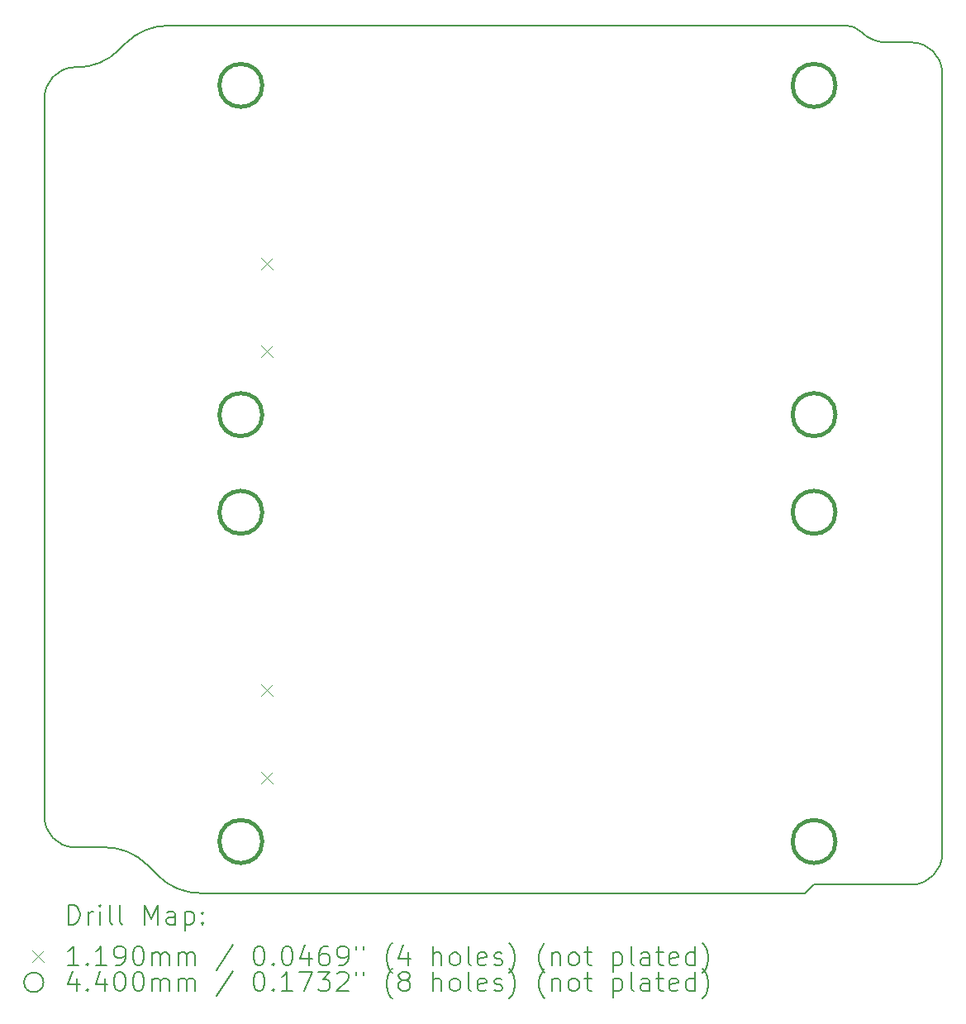
<source format=gbr>
%TF.GenerationSoftware,KiCad,Pcbnew,(6.0.7)*%
%TF.CreationDate,2022-08-20T11:41:24+08:00*%
%TF.ProjectId,cubesat_obc,63756265-7361-4745-9f6f-62632e6b6963,rev?*%
%TF.SameCoordinates,Original*%
%TF.FileFunction,Drillmap*%
%TF.FilePolarity,Positive*%
%FSLAX45Y45*%
G04 Gerber Fmt 4.5, Leading zero omitted, Abs format (unit mm)*
G04 Created by KiCad (PCBNEW (6.0.7)) date 2022-08-20 11:41:24*
%MOMM*%
%LPD*%
G01*
G04 APERTURE LIST*
%ADD10C,0.200000*%
%ADD11C,0.119000*%
%ADD12C,0.440000*%
G04 APERTURE END LIST*
D10*
X11924795Y-13547695D02*
X11814005Y-13436905D01*
X12028400Y-4839800D02*
G75*
G03*
X11594795Y-5019405I0J-613210D01*
G01*
X19392464Y-5012300D02*
X19644400Y-5012300D01*
X19646900Y-13639800D02*
X18641900Y-13639800D01*
X19959400Y-5322300D02*
G75*
G03*
X19644400Y-5012300I-312500J-2500D01*
G01*
X10761901Y-12937300D02*
G75*
G03*
X11061901Y-13257300I310000J-10000D01*
G01*
X11814005Y-13436905D02*
G75*
G03*
X11380400Y-13257300I-433605J-433605D01*
G01*
X19959400Y-5322300D02*
X19959400Y-13322300D01*
X11064400Y-5267300D02*
X11092900Y-5267300D01*
X19646900Y-13639800D02*
G75*
G03*
X19959400Y-13322300I-2500J315000D01*
G01*
X11924795Y-13547695D02*
G75*
G03*
X12358400Y-13727300I433605J433605D01*
G01*
X11064400Y-5267301D02*
G75*
G03*
X10761901Y-5592300I11250J-313749D01*
G01*
X19126900Y-4902300D02*
G75*
G03*
X18976012Y-4839800I-150890J-150890D01*
G01*
X18554400Y-13727300D02*
X12358400Y-13727300D01*
X10761901Y-12937300D02*
X10761901Y-5592300D01*
X11526505Y-5087695D02*
X11594795Y-5019405D01*
X12028400Y-4839800D02*
X18976012Y-4839800D01*
X11380400Y-13257300D02*
X11061901Y-13257299D01*
X19126899Y-4902301D02*
G75*
G03*
X19392464Y-5012300I265561J265561D01*
G01*
X18641900Y-13639800D02*
X18554400Y-13727300D01*
X11092900Y-5267300D02*
G75*
G03*
X11526505Y-5087695I0J613210D01*
G01*
D11*
X12981622Y-11584202D02*
X13100622Y-11703202D01*
X13100622Y-11584202D02*
X12981622Y-11703202D01*
X12981622Y-12484202D02*
X13100622Y-12603202D01*
X13100622Y-12484202D02*
X12981622Y-12603202D01*
X12982130Y-7215656D02*
X13101130Y-7334656D01*
X13101130Y-7215656D02*
X12982130Y-7334656D01*
X12982130Y-8115656D02*
X13101130Y-8234656D01*
X13101130Y-8115656D02*
X12982130Y-8234656D01*
D12*
X12993400Y-5452300D02*
G75*
G03*
X12993400Y-5452300I-220000J0D01*
G01*
X12993400Y-8825300D02*
G75*
G03*
X12993400Y-8825300I-220000J0D01*
G01*
X12993400Y-9825300D02*
G75*
G03*
X12993400Y-9825300I-220000J0D01*
G01*
X12993400Y-13198300D02*
G75*
G03*
X12993400Y-13198300I-220000J0D01*
G01*
X18866400Y-5452300D02*
G75*
G03*
X18866400Y-5452300I-220000J0D01*
G01*
X18866400Y-8825300D02*
G75*
G03*
X18866400Y-8825300I-220000J0D01*
G01*
X18866400Y-9825300D02*
G75*
G03*
X18866400Y-9825300I-220000J0D01*
G01*
X18866400Y-13198300D02*
G75*
G03*
X18866400Y-13198300I-220000J0D01*
G01*
D10*
X11009318Y-14047776D02*
X11009318Y-13847776D01*
X11056937Y-13847776D01*
X11085509Y-13857300D01*
X11104556Y-13876347D01*
X11114080Y-13895395D01*
X11123604Y-13933490D01*
X11123604Y-13962062D01*
X11114080Y-14000157D01*
X11104556Y-14019204D01*
X11085509Y-14038252D01*
X11056937Y-14047776D01*
X11009318Y-14047776D01*
X11209318Y-14047776D02*
X11209318Y-13914443D01*
X11209318Y-13952538D02*
X11218842Y-13933490D01*
X11228366Y-13923966D01*
X11247413Y-13914443D01*
X11266461Y-13914443D01*
X11333128Y-14047776D02*
X11333128Y-13914443D01*
X11333128Y-13847776D02*
X11323604Y-13857300D01*
X11333128Y-13866824D01*
X11342651Y-13857300D01*
X11333128Y-13847776D01*
X11333128Y-13866824D01*
X11456937Y-14047776D02*
X11437890Y-14038252D01*
X11428366Y-14019204D01*
X11428366Y-13847776D01*
X11561699Y-14047776D02*
X11542651Y-14038252D01*
X11533128Y-14019204D01*
X11533128Y-13847776D01*
X11790271Y-14047776D02*
X11790271Y-13847776D01*
X11856937Y-13990633D01*
X11923604Y-13847776D01*
X11923604Y-14047776D01*
X12104556Y-14047776D02*
X12104556Y-13943014D01*
X12095032Y-13923966D01*
X12075985Y-13914443D01*
X12037890Y-13914443D01*
X12018842Y-13923966D01*
X12104556Y-14038252D02*
X12085509Y-14047776D01*
X12037890Y-14047776D01*
X12018842Y-14038252D01*
X12009318Y-14019204D01*
X12009318Y-14000157D01*
X12018842Y-13981109D01*
X12037890Y-13971585D01*
X12085509Y-13971585D01*
X12104556Y-13962062D01*
X12199794Y-13914443D02*
X12199794Y-14114443D01*
X12199794Y-13923966D02*
X12218842Y-13914443D01*
X12256937Y-13914443D01*
X12275985Y-13923966D01*
X12285509Y-13933490D01*
X12295032Y-13952538D01*
X12295032Y-14009681D01*
X12285509Y-14028728D01*
X12275985Y-14038252D01*
X12256937Y-14047776D01*
X12218842Y-14047776D01*
X12199794Y-14038252D01*
X12380747Y-14028728D02*
X12390271Y-14038252D01*
X12380747Y-14047776D01*
X12371223Y-14038252D01*
X12380747Y-14028728D01*
X12380747Y-14047776D01*
X12380747Y-13923966D02*
X12390271Y-13933490D01*
X12380747Y-13943014D01*
X12371223Y-13933490D01*
X12380747Y-13923966D01*
X12380747Y-13943014D01*
D11*
X10632699Y-14317800D02*
X10751699Y-14436800D01*
X10751699Y-14317800D02*
X10632699Y-14436800D01*
D10*
X11114080Y-14467776D02*
X10999794Y-14467776D01*
X11056937Y-14467776D02*
X11056937Y-14267776D01*
X11037890Y-14296347D01*
X11018842Y-14315395D01*
X10999794Y-14324919D01*
X11199794Y-14448728D02*
X11209318Y-14458252D01*
X11199794Y-14467776D01*
X11190271Y-14458252D01*
X11199794Y-14448728D01*
X11199794Y-14467776D01*
X11399794Y-14467776D02*
X11285509Y-14467776D01*
X11342651Y-14467776D02*
X11342651Y-14267776D01*
X11323604Y-14296347D01*
X11304556Y-14315395D01*
X11285509Y-14324919D01*
X11495032Y-14467776D02*
X11533128Y-14467776D01*
X11552175Y-14458252D01*
X11561699Y-14448728D01*
X11580747Y-14420157D01*
X11590271Y-14382062D01*
X11590271Y-14305871D01*
X11580747Y-14286824D01*
X11571223Y-14277300D01*
X11552175Y-14267776D01*
X11514080Y-14267776D01*
X11495032Y-14277300D01*
X11485509Y-14286824D01*
X11475985Y-14305871D01*
X11475985Y-14353490D01*
X11485509Y-14372538D01*
X11495032Y-14382062D01*
X11514080Y-14391585D01*
X11552175Y-14391585D01*
X11571223Y-14382062D01*
X11580747Y-14372538D01*
X11590271Y-14353490D01*
X11714080Y-14267776D02*
X11733128Y-14267776D01*
X11752175Y-14277300D01*
X11761699Y-14286824D01*
X11771223Y-14305871D01*
X11780747Y-14343966D01*
X11780747Y-14391585D01*
X11771223Y-14429681D01*
X11761699Y-14448728D01*
X11752175Y-14458252D01*
X11733128Y-14467776D01*
X11714080Y-14467776D01*
X11695032Y-14458252D01*
X11685509Y-14448728D01*
X11675985Y-14429681D01*
X11666461Y-14391585D01*
X11666461Y-14343966D01*
X11675985Y-14305871D01*
X11685509Y-14286824D01*
X11695032Y-14277300D01*
X11714080Y-14267776D01*
X11866461Y-14467776D02*
X11866461Y-14334443D01*
X11866461Y-14353490D02*
X11875985Y-14343966D01*
X11895032Y-14334443D01*
X11923604Y-14334443D01*
X11942651Y-14343966D01*
X11952175Y-14363014D01*
X11952175Y-14467776D01*
X11952175Y-14363014D02*
X11961699Y-14343966D01*
X11980747Y-14334443D01*
X12009318Y-14334443D01*
X12028366Y-14343966D01*
X12037890Y-14363014D01*
X12037890Y-14467776D01*
X12133128Y-14467776D02*
X12133128Y-14334443D01*
X12133128Y-14353490D02*
X12142651Y-14343966D01*
X12161699Y-14334443D01*
X12190271Y-14334443D01*
X12209318Y-14343966D01*
X12218842Y-14363014D01*
X12218842Y-14467776D01*
X12218842Y-14363014D02*
X12228366Y-14343966D01*
X12247413Y-14334443D01*
X12275985Y-14334443D01*
X12295032Y-14343966D01*
X12304556Y-14363014D01*
X12304556Y-14467776D01*
X12695032Y-14258252D02*
X12523604Y-14515395D01*
X12952175Y-14267776D02*
X12971223Y-14267776D01*
X12990271Y-14277300D01*
X12999794Y-14286824D01*
X13009318Y-14305871D01*
X13018842Y-14343966D01*
X13018842Y-14391585D01*
X13009318Y-14429681D01*
X12999794Y-14448728D01*
X12990271Y-14458252D01*
X12971223Y-14467776D01*
X12952175Y-14467776D01*
X12933128Y-14458252D01*
X12923604Y-14448728D01*
X12914080Y-14429681D01*
X12904556Y-14391585D01*
X12904556Y-14343966D01*
X12914080Y-14305871D01*
X12923604Y-14286824D01*
X12933128Y-14277300D01*
X12952175Y-14267776D01*
X13104556Y-14448728D02*
X13114080Y-14458252D01*
X13104556Y-14467776D01*
X13095032Y-14458252D01*
X13104556Y-14448728D01*
X13104556Y-14467776D01*
X13237890Y-14267776D02*
X13256937Y-14267776D01*
X13275985Y-14277300D01*
X13285509Y-14286824D01*
X13295032Y-14305871D01*
X13304556Y-14343966D01*
X13304556Y-14391585D01*
X13295032Y-14429681D01*
X13285509Y-14448728D01*
X13275985Y-14458252D01*
X13256937Y-14467776D01*
X13237890Y-14467776D01*
X13218842Y-14458252D01*
X13209318Y-14448728D01*
X13199794Y-14429681D01*
X13190271Y-14391585D01*
X13190271Y-14343966D01*
X13199794Y-14305871D01*
X13209318Y-14286824D01*
X13218842Y-14277300D01*
X13237890Y-14267776D01*
X13475985Y-14334443D02*
X13475985Y-14467776D01*
X13428366Y-14258252D02*
X13380747Y-14401109D01*
X13504556Y-14401109D01*
X13666461Y-14267776D02*
X13628366Y-14267776D01*
X13609318Y-14277300D01*
X13599794Y-14286824D01*
X13580747Y-14315395D01*
X13571223Y-14353490D01*
X13571223Y-14429681D01*
X13580747Y-14448728D01*
X13590271Y-14458252D01*
X13609318Y-14467776D01*
X13647413Y-14467776D01*
X13666461Y-14458252D01*
X13675985Y-14448728D01*
X13685509Y-14429681D01*
X13685509Y-14382062D01*
X13675985Y-14363014D01*
X13666461Y-14353490D01*
X13647413Y-14343966D01*
X13609318Y-14343966D01*
X13590271Y-14353490D01*
X13580747Y-14363014D01*
X13571223Y-14382062D01*
X13780747Y-14467776D02*
X13818842Y-14467776D01*
X13837890Y-14458252D01*
X13847413Y-14448728D01*
X13866461Y-14420157D01*
X13875985Y-14382062D01*
X13875985Y-14305871D01*
X13866461Y-14286824D01*
X13856937Y-14277300D01*
X13837890Y-14267776D01*
X13799794Y-14267776D01*
X13780747Y-14277300D01*
X13771223Y-14286824D01*
X13761699Y-14305871D01*
X13761699Y-14353490D01*
X13771223Y-14372538D01*
X13780747Y-14382062D01*
X13799794Y-14391585D01*
X13837890Y-14391585D01*
X13856937Y-14382062D01*
X13866461Y-14372538D01*
X13875985Y-14353490D01*
X13952175Y-14267776D02*
X13952175Y-14305871D01*
X14028366Y-14267776D02*
X14028366Y-14305871D01*
X14323604Y-14543966D02*
X14314080Y-14534443D01*
X14295032Y-14505871D01*
X14285509Y-14486824D01*
X14275985Y-14458252D01*
X14266461Y-14410633D01*
X14266461Y-14372538D01*
X14275985Y-14324919D01*
X14285509Y-14296347D01*
X14295032Y-14277300D01*
X14314080Y-14248728D01*
X14323604Y-14239204D01*
X14485509Y-14334443D02*
X14485509Y-14467776D01*
X14437890Y-14258252D02*
X14390271Y-14401109D01*
X14514080Y-14401109D01*
X14742651Y-14467776D02*
X14742651Y-14267776D01*
X14828366Y-14467776D02*
X14828366Y-14363014D01*
X14818842Y-14343966D01*
X14799794Y-14334443D01*
X14771223Y-14334443D01*
X14752175Y-14343966D01*
X14742651Y-14353490D01*
X14952175Y-14467776D02*
X14933128Y-14458252D01*
X14923604Y-14448728D01*
X14914080Y-14429681D01*
X14914080Y-14372538D01*
X14923604Y-14353490D01*
X14933128Y-14343966D01*
X14952175Y-14334443D01*
X14980747Y-14334443D01*
X14999794Y-14343966D01*
X15009318Y-14353490D01*
X15018842Y-14372538D01*
X15018842Y-14429681D01*
X15009318Y-14448728D01*
X14999794Y-14458252D01*
X14980747Y-14467776D01*
X14952175Y-14467776D01*
X15133128Y-14467776D02*
X15114080Y-14458252D01*
X15104556Y-14439204D01*
X15104556Y-14267776D01*
X15285509Y-14458252D02*
X15266461Y-14467776D01*
X15228366Y-14467776D01*
X15209318Y-14458252D01*
X15199794Y-14439204D01*
X15199794Y-14363014D01*
X15209318Y-14343966D01*
X15228366Y-14334443D01*
X15266461Y-14334443D01*
X15285509Y-14343966D01*
X15295032Y-14363014D01*
X15295032Y-14382062D01*
X15199794Y-14401109D01*
X15371223Y-14458252D02*
X15390271Y-14467776D01*
X15428366Y-14467776D01*
X15447413Y-14458252D01*
X15456937Y-14439204D01*
X15456937Y-14429681D01*
X15447413Y-14410633D01*
X15428366Y-14401109D01*
X15399794Y-14401109D01*
X15380747Y-14391585D01*
X15371223Y-14372538D01*
X15371223Y-14363014D01*
X15380747Y-14343966D01*
X15399794Y-14334443D01*
X15428366Y-14334443D01*
X15447413Y-14343966D01*
X15523604Y-14543966D02*
X15533128Y-14534443D01*
X15552175Y-14505871D01*
X15561699Y-14486824D01*
X15571223Y-14458252D01*
X15580747Y-14410633D01*
X15580747Y-14372538D01*
X15571223Y-14324919D01*
X15561699Y-14296347D01*
X15552175Y-14277300D01*
X15533128Y-14248728D01*
X15523604Y-14239204D01*
X15885509Y-14543966D02*
X15875985Y-14534443D01*
X15856937Y-14505871D01*
X15847413Y-14486824D01*
X15837890Y-14458252D01*
X15828366Y-14410633D01*
X15828366Y-14372538D01*
X15837890Y-14324919D01*
X15847413Y-14296347D01*
X15856937Y-14277300D01*
X15875985Y-14248728D01*
X15885509Y-14239204D01*
X15961699Y-14334443D02*
X15961699Y-14467776D01*
X15961699Y-14353490D02*
X15971223Y-14343966D01*
X15990271Y-14334443D01*
X16018842Y-14334443D01*
X16037890Y-14343966D01*
X16047413Y-14363014D01*
X16047413Y-14467776D01*
X16171223Y-14467776D02*
X16152175Y-14458252D01*
X16142651Y-14448728D01*
X16133128Y-14429681D01*
X16133128Y-14372538D01*
X16142651Y-14353490D01*
X16152175Y-14343966D01*
X16171223Y-14334443D01*
X16199794Y-14334443D01*
X16218842Y-14343966D01*
X16228366Y-14353490D01*
X16237890Y-14372538D01*
X16237890Y-14429681D01*
X16228366Y-14448728D01*
X16218842Y-14458252D01*
X16199794Y-14467776D01*
X16171223Y-14467776D01*
X16295032Y-14334443D02*
X16371223Y-14334443D01*
X16323604Y-14267776D02*
X16323604Y-14439204D01*
X16333128Y-14458252D01*
X16352175Y-14467776D01*
X16371223Y-14467776D01*
X16590271Y-14334443D02*
X16590271Y-14534443D01*
X16590271Y-14343966D02*
X16609318Y-14334443D01*
X16647413Y-14334443D01*
X16666461Y-14343966D01*
X16675985Y-14353490D01*
X16685509Y-14372538D01*
X16685509Y-14429681D01*
X16675985Y-14448728D01*
X16666461Y-14458252D01*
X16647413Y-14467776D01*
X16609318Y-14467776D01*
X16590271Y-14458252D01*
X16799794Y-14467776D02*
X16780747Y-14458252D01*
X16771223Y-14439204D01*
X16771223Y-14267776D01*
X16961699Y-14467776D02*
X16961699Y-14363014D01*
X16952175Y-14343966D01*
X16933128Y-14334443D01*
X16895033Y-14334443D01*
X16875985Y-14343966D01*
X16961699Y-14458252D02*
X16942652Y-14467776D01*
X16895033Y-14467776D01*
X16875985Y-14458252D01*
X16866461Y-14439204D01*
X16866461Y-14420157D01*
X16875985Y-14401109D01*
X16895033Y-14391585D01*
X16942652Y-14391585D01*
X16961699Y-14382062D01*
X17028366Y-14334443D02*
X17104556Y-14334443D01*
X17056937Y-14267776D02*
X17056937Y-14439204D01*
X17066461Y-14458252D01*
X17085509Y-14467776D01*
X17104556Y-14467776D01*
X17247413Y-14458252D02*
X17228366Y-14467776D01*
X17190271Y-14467776D01*
X17171223Y-14458252D01*
X17161699Y-14439204D01*
X17161699Y-14363014D01*
X17171223Y-14343966D01*
X17190271Y-14334443D01*
X17228366Y-14334443D01*
X17247413Y-14343966D01*
X17256937Y-14363014D01*
X17256937Y-14382062D01*
X17161699Y-14401109D01*
X17428366Y-14467776D02*
X17428366Y-14267776D01*
X17428366Y-14458252D02*
X17409318Y-14467776D01*
X17371223Y-14467776D01*
X17352175Y-14458252D01*
X17342652Y-14448728D01*
X17333128Y-14429681D01*
X17333128Y-14372538D01*
X17342652Y-14353490D01*
X17352175Y-14343966D01*
X17371223Y-14334443D01*
X17409318Y-14334443D01*
X17428366Y-14343966D01*
X17504556Y-14543966D02*
X17514080Y-14534443D01*
X17533128Y-14505871D01*
X17542652Y-14486824D01*
X17552175Y-14458252D01*
X17561699Y-14410633D01*
X17561699Y-14372538D01*
X17552175Y-14324919D01*
X17542652Y-14296347D01*
X17533128Y-14277300D01*
X17514080Y-14248728D01*
X17504556Y-14239204D01*
X10751699Y-14641300D02*
G75*
G03*
X10751699Y-14641300I-100000J0D01*
G01*
X11095033Y-14598443D02*
X11095033Y-14731776D01*
X11047413Y-14522252D02*
X10999794Y-14665109D01*
X11123604Y-14665109D01*
X11199794Y-14712728D02*
X11209318Y-14722252D01*
X11199794Y-14731776D01*
X11190271Y-14722252D01*
X11199794Y-14712728D01*
X11199794Y-14731776D01*
X11380747Y-14598443D02*
X11380747Y-14731776D01*
X11333128Y-14522252D02*
X11285509Y-14665109D01*
X11409318Y-14665109D01*
X11523604Y-14531776D02*
X11542651Y-14531776D01*
X11561699Y-14541300D01*
X11571223Y-14550824D01*
X11580747Y-14569871D01*
X11590271Y-14607966D01*
X11590271Y-14655585D01*
X11580747Y-14693681D01*
X11571223Y-14712728D01*
X11561699Y-14722252D01*
X11542651Y-14731776D01*
X11523604Y-14731776D01*
X11504556Y-14722252D01*
X11495032Y-14712728D01*
X11485509Y-14693681D01*
X11475985Y-14655585D01*
X11475985Y-14607966D01*
X11485509Y-14569871D01*
X11495032Y-14550824D01*
X11504556Y-14541300D01*
X11523604Y-14531776D01*
X11714080Y-14531776D02*
X11733128Y-14531776D01*
X11752175Y-14541300D01*
X11761699Y-14550824D01*
X11771223Y-14569871D01*
X11780747Y-14607966D01*
X11780747Y-14655585D01*
X11771223Y-14693681D01*
X11761699Y-14712728D01*
X11752175Y-14722252D01*
X11733128Y-14731776D01*
X11714080Y-14731776D01*
X11695032Y-14722252D01*
X11685509Y-14712728D01*
X11675985Y-14693681D01*
X11666461Y-14655585D01*
X11666461Y-14607966D01*
X11675985Y-14569871D01*
X11685509Y-14550824D01*
X11695032Y-14541300D01*
X11714080Y-14531776D01*
X11866461Y-14731776D02*
X11866461Y-14598443D01*
X11866461Y-14617490D02*
X11875985Y-14607966D01*
X11895032Y-14598443D01*
X11923604Y-14598443D01*
X11942651Y-14607966D01*
X11952175Y-14627014D01*
X11952175Y-14731776D01*
X11952175Y-14627014D02*
X11961699Y-14607966D01*
X11980747Y-14598443D01*
X12009318Y-14598443D01*
X12028366Y-14607966D01*
X12037890Y-14627014D01*
X12037890Y-14731776D01*
X12133128Y-14731776D02*
X12133128Y-14598443D01*
X12133128Y-14617490D02*
X12142651Y-14607966D01*
X12161699Y-14598443D01*
X12190271Y-14598443D01*
X12209318Y-14607966D01*
X12218842Y-14627014D01*
X12218842Y-14731776D01*
X12218842Y-14627014D02*
X12228366Y-14607966D01*
X12247413Y-14598443D01*
X12275985Y-14598443D01*
X12295032Y-14607966D01*
X12304556Y-14627014D01*
X12304556Y-14731776D01*
X12695032Y-14522252D02*
X12523604Y-14779395D01*
X12952175Y-14531776D02*
X12971223Y-14531776D01*
X12990271Y-14541300D01*
X12999794Y-14550824D01*
X13009318Y-14569871D01*
X13018842Y-14607966D01*
X13018842Y-14655585D01*
X13009318Y-14693681D01*
X12999794Y-14712728D01*
X12990271Y-14722252D01*
X12971223Y-14731776D01*
X12952175Y-14731776D01*
X12933128Y-14722252D01*
X12923604Y-14712728D01*
X12914080Y-14693681D01*
X12904556Y-14655585D01*
X12904556Y-14607966D01*
X12914080Y-14569871D01*
X12923604Y-14550824D01*
X12933128Y-14541300D01*
X12952175Y-14531776D01*
X13104556Y-14712728D02*
X13114080Y-14722252D01*
X13104556Y-14731776D01*
X13095032Y-14722252D01*
X13104556Y-14712728D01*
X13104556Y-14731776D01*
X13304556Y-14731776D02*
X13190271Y-14731776D01*
X13247413Y-14731776D02*
X13247413Y-14531776D01*
X13228366Y-14560347D01*
X13209318Y-14579395D01*
X13190271Y-14588919D01*
X13371223Y-14531776D02*
X13504556Y-14531776D01*
X13418842Y-14731776D01*
X13561699Y-14531776D02*
X13685509Y-14531776D01*
X13618842Y-14607966D01*
X13647413Y-14607966D01*
X13666461Y-14617490D01*
X13675985Y-14627014D01*
X13685509Y-14646062D01*
X13685509Y-14693681D01*
X13675985Y-14712728D01*
X13666461Y-14722252D01*
X13647413Y-14731776D01*
X13590271Y-14731776D01*
X13571223Y-14722252D01*
X13561699Y-14712728D01*
X13761699Y-14550824D02*
X13771223Y-14541300D01*
X13790271Y-14531776D01*
X13837890Y-14531776D01*
X13856937Y-14541300D01*
X13866461Y-14550824D01*
X13875985Y-14569871D01*
X13875985Y-14588919D01*
X13866461Y-14617490D01*
X13752175Y-14731776D01*
X13875985Y-14731776D01*
X13952175Y-14531776D02*
X13952175Y-14569871D01*
X14028366Y-14531776D02*
X14028366Y-14569871D01*
X14323604Y-14807966D02*
X14314080Y-14798443D01*
X14295032Y-14769871D01*
X14285509Y-14750824D01*
X14275985Y-14722252D01*
X14266461Y-14674633D01*
X14266461Y-14636538D01*
X14275985Y-14588919D01*
X14285509Y-14560347D01*
X14295032Y-14541300D01*
X14314080Y-14512728D01*
X14323604Y-14503204D01*
X14428366Y-14617490D02*
X14409318Y-14607966D01*
X14399794Y-14598443D01*
X14390271Y-14579395D01*
X14390271Y-14569871D01*
X14399794Y-14550824D01*
X14409318Y-14541300D01*
X14428366Y-14531776D01*
X14466461Y-14531776D01*
X14485509Y-14541300D01*
X14495032Y-14550824D01*
X14504556Y-14569871D01*
X14504556Y-14579395D01*
X14495032Y-14598443D01*
X14485509Y-14607966D01*
X14466461Y-14617490D01*
X14428366Y-14617490D01*
X14409318Y-14627014D01*
X14399794Y-14636538D01*
X14390271Y-14655585D01*
X14390271Y-14693681D01*
X14399794Y-14712728D01*
X14409318Y-14722252D01*
X14428366Y-14731776D01*
X14466461Y-14731776D01*
X14485509Y-14722252D01*
X14495032Y-14712728D01*
X14504556Y-14693681D01*
X14504556Y-14655585D01*
X14495032Y-14636538D01*
X14485509Y-14627014D01*
X14466461Y-14617490D01*
X14742651Y-14731776D02*
X14742651Y-14531776D01*
X14828366Y-14731776D02*
X14828366Y-14627014D01*
X14818842Y-14607966D01*
X14799794Y-14598443D01*
X14771223Y-14598443D01*
X14752175Y-14607966D01*
X14742651Y-14617490D01*
X14952175Y-14731776D02*
X14933128Y-14722252D01*
X14923604Y-14712728D01*
X14914080Y-14693681D01*
X14914080Y-14636538D01*
X14923604Y-14617490D01*
X14933128Y-14607966D01*
X14952175Y-14598443D01*
X14980747Y-14598443D01*
X14999794Y-14607966D01*
X15009318Y-14617490D01*
X15018842Y-14636538D01*
X15018842Y-14693681D01*
X15009318Y-14712728D01*
X14999794Y-14722252D01*
X14980747Y-14731776D01*
X14952175Y-14731776D01*
X15133128Y-14731776D02*
X15114080Y-14722252D01*
X15104556Y-14703204D01*
X15104556Y-14531776D01*
X15285509Y-14722252D02*
X15266461Y-14731776D01*
X15228366Y-14731776D01*
X15209318Y-14722252D01*
X15199794Y-14703204D01*
X15199794Y-14627014D01*
X15209318Y-14607966D01*
X15228366Y-14598443D01*
X15266461Y-14598443D01*
X15285509Y-14607966D01*
X15295032Y-14627014D01*
X15295032Y-14646062D01*
X15199794Y-14665109D01*
X15371223Y-14722252D02*
X15390271Y-14731776D01*
X15428366Y-14731776D01*
X15447413Y-14722252D01*
X15456937Y-14703204D01*
X15456937Y-14693681D01*
X15447413Y-14674633D01*
X15428366Y-14665109D01*
X15399794Y-14665109D01*
X15380747Y-14655585D01*
X15371223Y-14636538D01*
X15371223Y-14627014D01*
X15380747Y-14607966D01*
X15399794Y-14598443D01*
X15428366Y-14598443D01*
X15447413Y-14607966D01*
X15523604Y-14807966D02*
X15533128Y-14798443D01*
X15552175Y-14769871D01*
X15561699Y-14750824D01*
X15571223Y-14722252D01*
X15580747Y-14674633D01*
X15580747Y-14636538D01*
X15571223Y-14588919D01*
X15561699Y-14560347D01*
X15552175Y-14541300D01*
X15533128Y-14512728D01*
X15523604Y-14503204D01*
X15885509Y-14807966D02*
X15875985Y-14798443D01*
X15856937Y-14769871D01*
X15847413Y-14750824D01*
X15837890Y-14722252D01*
X15828366Y-14674633D01*
X15828366Y-14636538D01*
X15837890Y-14588919D01*
X15847413Y-14560347D01*
X15856937Y-14541300D01*
X15875985Y-14512728D01*
X15885509Y-14503204D01*
X15961699Y-14598443D02*
X15961699Y-14731776D01*
X15961699Y-14617490D02*
X15971223Y-14607966D01*
X15990271Y-14598443D01*
X16018842Y-14598443D01*
X16037890Y-14607966D01*
X16047413Y-14627014D01*
X16047413Y-14731776D01*
X16171223Y-14731776D02*
X16152175Y-14722252D01*
X16142651Y-14712728D01*
X16133128Y-14693681D01*
X16133128Y-14636538D01*
X16142651Y-14617490D01*
X16152175Y-14607966D01*
X16171223Y-14598443D01*
X16199794Y-14598443D01*
X16218842Y-14607966D01*
X16228366Y-14617490D01*
X16237890Y-14636538D01*
X16237890Y-14693681D01*
X16228366Y-14712728D01*
X16218842Y-14722252D01*
X16199794Y-14731776D01*
X16171223Y-14731776D01*
X16295032Y-14598443D02*
X16371223Y-14598443D01*
X16323604Y-14531776D02*
X16323604Y-14703204D01*
X16333128Y-14722252D01*
X16352175Y-14731776D01*
X16371223Y-14731776D01*
X16590271Y-14598443D02*
X16590271Y-14798443D01*
X16590271Y-14607966D02*
X16609318Y-14598443D01*
X16647413Y-14598443D01*
X16666461Y-14607966D01*
X16675985Y-14617490D01*
X16685509Y-14636538D01*
X16685509Y-14693681D01*
X16675985Y-14712728D01*
X16666461Y-14722252D01*
X16647413Y-14731776D01*
X16609318Y-14731776D01*
X16590271Y-14722252D01*
X16799794Y-14731776D02*
X16780747Y-14722252D01*
X16771223Y-14703204D01*
X16771223Y-14531776D01*
X16961699Y-14731776D02*
X16961699Y-14627014D01*
X16952175Y-14607966D01*
X16933128Y-14598443D01*
X16895033Y-14598443D01*
X16875985Y-14607966D01*
X16961699Y-14722252D02*
X16942652Y-14731776D01*
X16895033Y-14731776D01*
X16875985Y-14722252D01*
X16866461Y-14703204D01*
X16866461Y-14684157D01*
X16875985Y-14665109D01*
X16895033Y-14655585D01*
X16942652Y-14655585D01*
X16961699Y-14646062D01*
X17028366Y-14598443D02*
X17104556Y-14598443D01*
X17056937Y-14531776D02*
X17056937Y-14703204D01*
X17066461Y-14722252D01*
X17085509Y-14731776D01*
X17104556Y-14731776D01*
X17247413Y-14722252D02*
X17228366Y-14731776D01*
X17190271Y-14731776D01*
X17171223Y-14722252D01*
X17161699Y-14703204D01*
X17161699Y-14627014D01*
X17171223Y-14607966D01*
X17190271Y-14598443D01*
X17228366Y-14598443D01*
X17247413Y-14607966D01*
X17256937Y-14627014D01*
X17256937Y-14646062D01*
X17161699Y-14665109D01*
X17428366Y-14731776D02*
X17428366Y-14531776D01*
X17428366Y-14722252D02*
X17409318Y-14731776D01*
X17371223Y-14731776D01*
X17352175Y-14722252D01*
X17342652Y-14712728D01*
X17333128Y-14693681D01*
X17333128Y-14636538D01*
X17342652Y-14617490D01*
X17352175Y-14607966D01*
X17371223Y-14598443D01*
X17409318Y-14598443D01*
X17428366Y-14607966D01*
X17504556Y-14807966D02*
X17514080Y-14798443D01*
X17533128Y-14769871D01*
X17542652Y-14750824D01*
X17552175Y-14722252D01*
X17561699Y-14674633D01*
X17561699Y-14636538D01*
X17552175Y-14588919D01*
X17542652Y-14560347D01*
X17533128Y-14541300D01*
X17514080Y-14512728D01*
X17504556Y-14503204D01*
M02*

</source>
